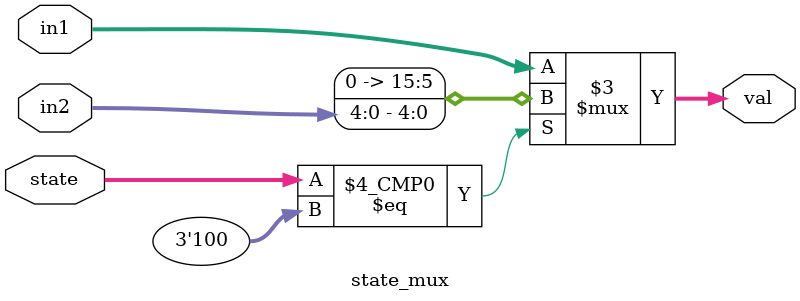
<source format=sv>
`timescale 1ns / 1ps


module state_mux(
    input logic [2:0] state,
    input logic [15:0] in1,
    input logic [4:0] in2,
    output logic [15:0] val
    );
    
    always_comb begin
        case(state)
            'd0|'d2: val = in1;
            'd4: val = {11'd0,in2};
            default: val = in1;           
        endcase
    end
endmodule

</source>
